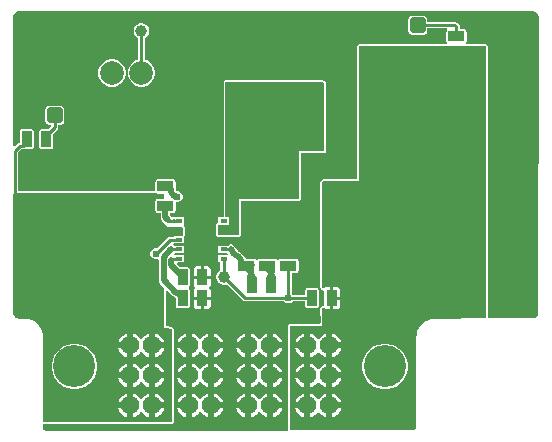
<source format=gtl>
G04*
G04 #@! TF.GenerationSoftware,Altium Limited,Altium Designer,21.6.4 (81)*
G04*
G04 Layer_Physical_Order=1*
G04 Layer_Color=255*
%FSLAX25Y25*%
%MOIN*%
G70*
G04*
G04 #@! TF.SameCoordinates,FE6B2B4F-3443-4407-9834-7DAE5A72E9B6*
G04*
G04*
G04 #@! TF.FilePolarity,Positive*
G04*
G01*
G75*
%ADD11C,0.01968*%
%ADD14C,0.01000*%
G04:AMPARAMS|DCode=18|XSize=62.99mil|YSize=118.11mil|CornerRadius=4.72mil|HoleSize=0mil|Usage=FLASHONLY|Rotation=180.000|XOffset=0mil|YOffset=0mil|HoleType=Round|Shape=RoundedRectangle|*
%AMROUNDEDRECTD18*
21,1,0.06299,0.10866,0,0,180.0*
21,1,0.05354,0.11811,0,0,180.0*
1,1,0.00945,-0.02677,0.05433*
1,1,0.00945,0.02677,0.05433*
1,1,0.00945,0.02677,-0.05433*
1,1,0.00945,-0.02677,-0.05433*
%
%ADD18ROUNDEDRECTD18*%
G04:AMPARAMS|DCode=19|XSize=55.12mil|YSize=35.43mil|CornerRadius=2.66mil|HoleSize=0mil|Usage=FLASHONLY|Rotation=270.000|XOffset=0mil|YOffset=0mil|HoleType=Round|Shape=RoundedRectangle|*
%AMROUNDEDRECTD19*
21,1,0.05512,0.03012,0,0,270.0*
21,1,0.04980,0.03543,0,0,270.0*
1,1,0.00532,-0.01506,-0.02490*
1,1,0.00532,-0.01506,0.02490*
1,1,0.00532,0.01506,0.02490*
1,1,0.00532,0.01506,-0.02490*
%
%ADD19ROUNDEDRECTD19*%
G04:AMPARAMS|DCode=20|XSize=55.12mil|YSize=35.43mil|CornerRadius=2.66mil|HoleSize=0mil|Usage=FLASHONLY|Rotation=0.000|XOffset=0mil|YOffset=0mil|HoleType=Round|Shape=RoundedRectangle|*
%AMROUNDEDRECTD20*
21,1,0.05512,0.03012,0,0,0.0*
21,1,0.04980,0.03543,0,0,0.0*
1,1,0.00532,0.02490,-0.01506*
1,1,0.00532,-0.02490,-0.01506*
1,1,0.00532,-0.02490,0.01506*
1,1,0.00532,0.02490,0.01506*
%
%ADD20ROUNDEDRECTD20*%
%ADD21C,0.03937*%
%ADD22R,0.12992X0.12500*%
G04:AMPARAMS|DCode=23|XSize=51.18mil|YSize=51.18mil|CornerRadius=5.12mil|HoleSize=0mil|Usage=FLASHONLY|Rotation=180.000|XOffset=0mil|YOffset=0mil|HoleType=Round|Shape=RoundedRectangle|*
%AMROUNDEDRECTD23*
21,1,0.05118,0.04095,0,0,180.0*
21,1,0.04095,0.05118,0,0,180.0*
1,1,0.01024,-0.02047,0.02047*
1,1,0.01024,0.02047,0.02047*
1,1,0.01024,0.02047,-0.02047*
1,1,0.01024,-0.02047,-0.02047*
%
%ADD23ROUNDEDRECTD23*%
%ADD25R,0.02362X0.01181*%
%ADD26R,0.09843X0.09055*%
G04:AMPARAMS|DCode=27|XSize=62.99mil|YSize=118.11mil|CornerRadius=4.72mil|HoleSize=0mil|Usage=FLASHONLY|Rotation=270.000|XOffset=0mil|YOffset=0mil|HoleType=Round|Shape=RoundedRectangle|*
%AMROUNDEDRECTD27*
21,1,0.06299,0.10866,0,0,270.0*
21,1,0.05354,0.11811,0,0,270.0*
1,1,0.00945,-0.05433,-0.02677*
1,1,0.00945,-0.05433,0.02677*
1,1,0.00945,0.05433,0.02677*
1,1,0.00945,0.05433,-0.02677*
%
%ADD27ROUNDEDRECTD27*%
%ADD42C,0.05000*%
%ADD43R,0.10236X0.11811*%
%ADD44C,0.02000*%
%ADD45C,0.07874*%
%ADD46C,0.14016*%
%ADD47C,0.06142*%
%ADD48C,0.10000*%
%ADD49C,0.02400*%
%ADD50C,0.02800*%
G36*
X181700Y37224D02*
X164690Y37139D01*
X164645Y37130D01*
X164600Y37137D01*
X164208Y37117D01*
X164061Y37081D01*
X163910D01*
X163141Y36928D01*
X162955Y36851D01*
X162759Y36812D01*
X162034Y36512D01*
X161867Y36400D01*
X161681Y36323D01*
X161030Y35888D01*
X160888Y35745D01*
X160721Y35634D01*
X160166Y35080D01*
X160055Y34912D01*
X159913Y34770D01*
X159477Y34119D01*
X159400Y33933D01*
X159288Y33766D01*
X158988Y33042D01*
X158949Y32844D01*
X158872Y32659D01*
X158719Y31890D01*
Y31739D01*
X158683Y31592D01*
X158663Y31200D01*
X158671Y31150D01*
X158661Y31100D01*
Y1407D01*
X158586Y1028D01*
X158438Y671D01*
X158223Y350D01*
X157950Y77D01*
X157835Y0D01*
X116900D01*
X116500Y400D01*
Y34800D01*
X126877D01*
X127236Y34800D01*
X127336Y34900D01*
X127335Y35259D01*
X127326Y40601D01*
X127825Y40753D01*
X127930Y40597D01*
X128348Y40317D01*
X128842Y40219D01*
X129848D01*
Y44000D01*
Y47781D01*
X128842D01*
X128348Y47682D01*
X127930Y47403D01*
X127814Y47230D01*
X127314Y47381D01*
X127251Y82647D01*
X127604Y83000D01*
X139500Y83000D01*
Y128000D01*
X181700D01*
Y37224D01*
D02*
G37*
G36*
X78251Y69121D02*
X78241Y69136D01*
X78211Y69149D01*
X78161Y69161D01*
X78091Y69171D01*
X77891Y69187D01*
X77251Y69199D01*
Y70199D01*
X77441Y70200D01*
X78211Y70249D01*
X78241Y70263D01*
X78251Y70278D01*
Y69121D01*
D02*
G37*
G36*
X72172Y78927D02*
X72510Y78859D01*
X74500D01*
Y77141D01*
X72510D01*
X72172Y77073D01*
X71886Y76882D01*
X71694Y76596D01*
X71627Y76258D01*
Y73246D01*
X71694Y72908D01*
X71886Y72622D01*
X72172Y72431D01*
X72510Y72363D01*
X73369D01*
Y71000D01*
X73493Y70376D01*
X73847Y69846D01*
X75893Y67800D01*
X80459D01*
X80811Y67445D01*
X80785Y64800D01*
X77693D01*
X77414Y64522D01*
X76427D01*
X76427Y64522D01*
X75998Y64436D01*
X75634Y64193D01*
X72014Y60573D01*
X71442D01*
X70780Y60299D01*
X70274Y59792D01*
X70000Y59131D01*
Y58415D01*
X70274Y57753D01*
X70780Y57247D01*
X71442Y56973D01*
X72158D01*
X72400Y57073D01*
X72816Y56796D01*
Y49956D01*
X72939Y49338D01*
X73289Y48814D01*
X74600Y47503D01*
Y33750D01*
X74850Y34000D01*
X76042D01*
X76118Y33886D01*
X76404Y33694D01*
X76742Y33627D01*
X77200D01*
Y2700D01*
X34139D01*
Y31049D01*
X34137Y31061D01*
X34161Y31225D01*
X34142Y31617D01*
X34105Y31763D01*
Y31914D01*
X33952Y32683D01*
X33875Y32869D01*
X33836Y33066D01*
X33536Y33790D01*
X33424Y33957D01*
X33347Y34143D01*
X32912Y34795D01*
X32770Y34937D01*
X32658Y35104D01*
X32104Y35658D01*
X31937Y35770D01*
X31795Y35912D01*
X31143Y36347D01*
X30957Y36424D01*
X30790Y36536D01*
X30066Y36836D01*
X29869Y36875D01*
X29683Y36952D01*
X28914Y37105D01*
X28763D01*
X28616Y37142D01*
X28225Y37161D01*
X28174Y37154D01*
X28124Y37163D01*
X26031D01*
X25653Y37239D01*
X25296Y37387D01*
X24974Y37601D01*
X24701Y37874D01*
X24487Y38195D01*
X24339Y38552D01*
X24264Y38931D01*
Y39124D01*
X24264Y39125D01*
X24264Y39125D01*
X24254Y78646D01*
X24607Y79000D01*
X72062D01*
X72172Y78927D01*
D02*
G37*
G36*
X197199Y139761D02*
X197199Y139761D01*
X197200Y139761D01*
X197413D01*
X197831Y139678D01*
X198225Y139515D01*
X198579Y139278D01*
X198880Y138977D01*
X199117Y138622D01*
X199280Y138228D01*
X199363Y137811D01*
Y137600D01*
X199260Y39030D01*
X199261Y39029D01*
X199260Y39028D01*
Y38858D01*
X199194Y38525D01*
X199064Y38211D01*
X198875Y37928D01*
X198635Y37688D01*
X198353Y37499D01*
X198039Y37369D01*
X197706Y37303D01*
X197536D01*
X197531Y37302D01*
X197526Y37303D01*
X182704Y37229D01*
X182349Y37582D01*
Y128000D01*
X182159Y128459D01*
X181700Y128649D01*
X175313D01*
X175172Y128982D01*
X175135Y129149D01*
X175306Y129404D01*
X175373Y129742D01*
Y132754D01*
X175306Y133092D01*
X175114Y133378D01*
X174828Y133570D01*
X174490Y133637D01*
X173122D01*
Y134414D01*
X173036Y134843D01*
X172793Y135207D01*
X172793Y135207D01*
X172207Y135793D01*
X171843Y136036D01*
X171414Y136122D01*
X171414Y136122D01*
X162315D01*
Y137047D01*
X162228Y137481D01*
X161983Y137849D01*
X161615Y138094D01*
X161181Y138181D01*
X157087D01*
X156653Y138094D01*
X156285Y137849D01*
X156039Y137481D01*
X155953Y137047D01*
Y132953D01*
X156039Y132519D01*
X156285Y132151D01*
X156653Y131905D01*
X157087Y131819D01*
X161181D01*
X161615Y131905D01*
X161983Y132151D01*
X162228Y132519D01*
X162315Y132953D01*
Y133878D01*
X168735D01*
X168886Y133378D01*
X168886Y133378D01*
X168694Y133092D01*
X168627Y132754D01*
Y129742D01*
X168694Y129404D01*
X168865Y129149D01*
X168828Y128982D01*
X168687Y128649D01*
X139500D01*
X139041Y128459D01*
X138851Y128000D01*
Y84003D01*
X138497Y83649D01*
X127604Y83650D01*
X127604Y83650D01*
X127604Y83650D01*
X127375Y83555D01*
X127145Y83460D01*
X127145Y83459D01*
X127145Y83459D01*
X126791Y83105D01*
X126791Y83105D01*
X126791Y83105D01*
X126694Y82869D01*
X126602Y82646D01*
X126602Y82646D01*
X126602Y82645D01*
X126664Y47380D01*
X126725Y47233D01*
X126741Y47074D01*
X126818Y47012D01*
X126855Y46921D01*
X127003Y46860D01*
X127126Y46759D01*
X127626Y46608D01*
X127956Y46197D01*
X127959Y46126D01*
Y41859D01*
X127958Y41794D01*
X127636Y41374D01*
X127137Y41222D01*
X127013Y41121D01*
X126866Y41059D01*
X126828Y40969D01*
X126753Y40907D01*
X126737Y40748D01*
X126676Y40600D01*
X126685Y35803D01*
X126332Y35449D01*
X116500D01*
X116041Y35259D01*
X115851Y34800D01*
Y400D01*
X115972Y107D01*
X115722Y-393D01*
X35840Y-457D01*
X35674D01*
X35345Y-391D01*
X35035Y-263D01*
X34756Y-76D01*
X34519Y161D01*
X34333Y440D01*
X34205Y750D01*
X34139Y1079D01*
Y2051D01*
X77200D01*
X77659Y2241D01*
X77849Y2700D01*
Y33627D01*
X77659Y34086D01*
X77200Y34277D01*
X76806D01*
X76658Y34306D01*
X76586Y34354D01*
X76582Y34361D01*
X76526Y34398D01*
X76501Y34459D01*
X76326Y34532D01*
X76168Y34637D01*
X76103Y34624D01*
X76042Y34649D01*
X75249D01*
Y46200D01*
X75711Y46392D01*
X77486Y44618D01*
X78010Y44267D01*
X78228Y44224D01*
X78363Y44089D01*
Y41510D01*
X78431Y41172D01*
X78622Y40886D01*
X78908Y40694D01*
X79246Y40627D01*
X82258D01*
X82596Y40694D01*
X82882Y40886D01*
X83073Y41172D01*
X83141Y41510D01*
Y46490D01*
X83073Y46828D01*
X82882Y47114D01*
X82721Y47222D01*
X82691Y47335D01*
Y47665D01*
X82721Y47778D01*
X82882Y47886D01*
X83073Y48172D01*
X83141Y48510D01*
Y53490D01*
X83073Y53828D01*
X82882Y54114D01*
X82596Y54306D01*
X82258Y54373D01*
X79896D01*
X78858Y55410D01*
X79066Y55910D01*
X81201D01*
Y58291D01*
X77900D01*
X77715Y58735D01*
X78028Y59060D01*
X81201D01*
Y61441D01*
X78019D01*
X77568Y61743D01*
X77701Y62209D01*
X81201D01*
Y64321D01*
X81240Y64336D01*
X81241Y64339D01*
X81244Y64341D01*
X81338Y64568D01*
X81435Y64794D01*
X81461Y67438D01*
X81460Y67440D01*
X81461Y67441D01*
X81367Y67671D01*
X81275Y67899D01*
X81274Y67900D01*
X81273Y67902D01*
X81167Y68009D01*
X81201Y68509D01*
X81201Y68509D01*
Y70890D01*
X78341D01*
X78251Y70927D01*
X78190Y70902D01*
X78125Y70915D01*
X77639Y70890D01*
X77196Y71090D01*
X77153Y71153D01*
X76631Y71676D01*
Y72363D01*
X77490D01*
X77828Y72431D01*
X78114Y72622D01*
X78306Y72908D01*
X78373Y73246D01*
Y75846D01*
X78547Y75963D01*
X79263D01*
X79925Y76237D01*
X80431Y76743D01*
X80705Y77405D01*
Y78121D01*
X80431Y78782D01*
X79925Y79289D01*
X79263Y79563D01*
X78931D01*
X78875Y79600D01*
X78678Y79639D01*
X78387Y79930D01*
Y80461D01*
X78373Y80531D01*
Y82754D01*
X78306Y83092D01*
X78114Y83378D01*
X77828Y83569D01*
X77490Y83637D01*
X72510D01*
X72172Y83569D01*
X71886Y83378D01*
X71694Y83092D01*
X71627Y82754D01*
Y79742D01*
X71551Y79649D01*
X25846D01*
Y92508D01*
X26970Y93632D01*
X27222D01*
X27246Y93627D01*
X30258D01*
X30596Y93694D01*
X30882Y93886D01*
X31073Y94172D01*
X31141Y94510D01*
Y99490D01*
X31073Y99828D01*
X30882Y100114D01*
X30596Y100306D01*
X30258Y100373D01*
X27246D01*
X26908Y100306D01*
X26622Y100114D01*
X26430Y99828D01*
X26363Y99490D01*
Y95847D01*
X26076Y95790D01*
X25712Y95547D01*
X25712Y95546D01*
X24712Y94546D01*
X24250Y94737D01*
X24239Y137700D01*
Y137913D01*
X24322Y138331D01*
X24485Y138725D01*
X24722Y139079D01*
X25023Y139380D01*
X25378Y139617D01*
X25771Y139780D01*
X26189Y139863D01*
X26401D01*
X197199Y139761D01*
D02*
G37*
%LPC*%
G36*
X131854Y47781D02*
X130848D01*
Y44500D01*
X133144D01*
Y46490D01*
X133046Y46984D01*
X132766Y47403D01*
X132348Y47682D01*
X131854Y47781D01*
D02*
G37*
G36*
X133144Y43500D02*
X130848D01*
Y40219D01*
X131854D01*
X132348Y40317D01*
X132766Y40597D01*
X133046Y41016D01*
X133144Y41510D01*
Y43500D01*
D02*
G37*
G36*
X128634Y32167D02*
X128063Y32014D01*
X127135Y31478D01*
X126377Y30720D01*
X126183Y30385D01*
X125683D01*
X125490Y30720D01*
X124732Y31478D01*
X123804Y32014D01*
X123233Y32167D01*
Y28220D01*
Y24274D01*
X123804Y24427D01*
X124732Y24963D01*
X125490Y25721D01*
X125683Y26056D01*
X126183D01*
X126377Y25721D01*
X127135Y24963D01*
X128063Y24427D01*
X128634Y24274D01*
Y28220D01*
Y32167D01*
D02*
G37*
G36*
X130634D02*
Y29221D01*
X133581D01*
X133428Y29792D01*
X132892Y30720D01*
X132134Y31478D01*
X131205Y32014D01*
X130634Y32167D01*
D02*
G37*
G36*
X121233D02*
X120661Y32014D01*
X119733Y31478D01*
X118975Y30720D01*
X118439Y29792D01*
X118286Y29221D01*
X121233D01*
Y32167D01*
D02*
G37*
G36*
X133581Y27220D02*
X130634D01*
Y24274D01*
X131205Y24427D01*
X132134Y24963D01*
X132892Y25721D01*
X133428Y26649D01*
X133581Y27220D01*
D02*
G37*
G36*
X121233D02*
X118286D01*
X118439Y26649D01*
X118975Y25721D01*
X119733Y24963D01*
X120661Y24427D01*
X121233Y24274D01*
Y27220D01*
D02*
G37*
G36*
X128634Y22167D02*
X128063Y22014D01*
X127135Y21478D01*
X126377Y20720D01*
X126183Y20385D01*
X125683D01*
X125490Y20720D01*
X124732Y21478D01*
X123804Y22014D01*
X123233Y22167D01*
Y18221D01*
Y14274D01*
X123804Y14427D01*
X124732Y14963D01*
X125490Y15721D01*
X125683Y16056D01*
X126183D01*
X126377Y15721D01*
X127135Y14963D01*
X128063Y14427D01*
X128634Y14274D01*
Y18221D01*
Y22167D01*
D02*
G37*
G36*
X130634D02*
Y19220D01*
X133581D01*
X133428Y19792D01*
X132892Y20720D01*
X132134Y21478D01*
X131205Y22014D01*
X130634Y22167D01*
D02*
G37*
G36*
X121233D02*
X120661Y22014D01*
X119733Y21478D01*
X118975Y20720D01*
X118439Y19792D01*
X118286Y19220D01*
X121233D01*
Y22167D01*
D02*
G37*
G36*
X133581Y17221D02*
X130634D01*
Y14274D01*
X131205Y14427D01*
X132134Y14963D01*
X132892Y15721D01*
X133428Y16649D01*
X133581Y17221D01*
D02*
G37*
G36*
X121233D02*
X118286D01*
X118439Y16649D01*
X118975Y15721D01*
X119733Y14963D01*
X120661Y14427D01*
X121233Y14274D01*
Y17221D01*
D02*
G37*
G36*
X148888Y28820D02*
X147389D01*
X145919Y28528D01*
X144535Y27955D01*
X143289Y27122D01*
X142229Y26062D01*
X141396Y24816D01*
X140823Y23432D01*
X140530Y21962D01*
Y20463D01*
X140823Y18993D01*
X141396Y17609D01*
X142229Y16363D01*
X143289Y15303D01*
X144535Y14471D01*
X145919Y13897D01*
X147389Y13605D01*
X148888D01*
X150357Y13897D01*
X151742Y14471D01*
X152988Y15303D01*
X154048Y16363D01*
X154880Y17609D01*
X155454Y18993D01*
X155746Y20463D01*
Y21962D01*
X155454Y23432D01*
X154880Y24816D01*
X154048Y26062D01*
X152988Y27122D01*
X151742Y27955D01*
X150357Y28528D01*
X148888Y28820D01*
D02*
G37*
G36*
X128634Y12167D02*
X128063Y12014D01*
X127135Y11478D01*
X126377Y10720D01*
X126183Y10385D01*
X125683D01*
X125490Y10720D01*
X124732Y11478D01*
X123804Y12014D01*
X123233Y12167D01*
Y8220D01*
Y4274D01*
X123804Y4427D01*
X124732Y4963D01*
X125490Y5721D01*
X125683Y6056D01*
X126183D01*
X126377Y5721D01*
X127135Y4963D01*
X128063Y4427D01*
X128634Y4274D01*
Y8220D01*
Y12167D01*
D02*
G37*
G36*
X130634D02*
Y9221D01*
X133581D01*
X133428Y9792D01*
X132892Y10720D01*
X132134Y11478D01*
X131205Y12014D01*
X130634Y12167D01*
D02*
G37*
G36*
X121233D02*
X120661Y12014D01*
X119733Y11478D01*
X118975Y10720D01*
X118439Y9792D01*
X118286Y9221D01*
X121233D01*
Y12167D01*
D02*
G37*
G36*
X133581Y7220D02*
X130634D01*
Y4274D01*
X131205Y4427D01*
X132134Y4963D01*
X132892Y5721D01*
X133428Y6649D01*
X133581Y7220D01*
D02*
G37*
G36*
X121233D02*
X118286D01*
X118439Y6649D01*
X118975Y5721D01*
X119733Y4963D01*
X120661Y4427D01*
X121233Y4274D01*
Y7220D01*
D02*
G37*
G36*
X69579Y32167D02*
X69008Y32014D01*
X68080Y31478D01*
X67322Y30720D01*
X67128Y30385D01*
X66628D01*
X66435Y30720D01*
X65677Y31478D01*
X64749Y32014D01*
X64178Y32167D01*
Y28220D01*
Y24274D01*
X64749Y24427D01*
X65677Y24963D01*
X66435Y25721D01*
X66628Y26056D01*
X67128D01*
X67322Y25721D01*
X68080Y24963D01*
X69008Y24427D01*
X69579Y24274D01*
Y28220D01*
Y32167D01*
D02*
G37*
G36*
X71579D02*
Y29221D01*
X74526D01*
X74373Y29792D01*
X73837Y30720D01*
X73079Y31478D01*
X72150Y32014D01*
X71579Y32167D01*
D02*
G37*
G36*
X62178D02*
X61606Y32014D01*
X60678Y31478D01*
X59920Y30720D01*
X59384Y29792D01*
X59231Y29221D01*
X62178D01*
Y32167D01*
D02*
G37*
G36*
X74526Y27220D02*
X71579D01*
Y24274D01*
X72150Y24427D01*
X73079Y24963D01*
X73837Y25721D01*
X74373Y26649D01*
X74526Y27220D01*
D02*
G37*
G36*
X62178D02*
X59231D01*
X59384Y26649D01*
X59920Y25721D01*
X60678Y24963D01*
X61606Y24427D01*
X62178Y24274D01*
Y27220D01*
D02*
G37*
G36*
X69579Y22167D02*
X69008Y22014D01*
X68080Y21478D01*
X67322Y20720D01*
X67128Y20385D01*
X66628D01*
X66435Y20720D01*
X65677Y21478D01*
X64749Y22014D01*
X64178Y22167D01*
Y18221D01*
Y14274D01*
X64749Y14427D01*
X65677Y14963D01*
X66435Y15721D01*
X66628Y16056D01*
X67128D01*
X67322Y15721D01*
X68080Y14963D01*
X69008Y14427D01*
X69579Y14274D01*
Y18221D01*
Y22167D01*
D02*
G37*
G36*
X71579D02*
Y19220D01*
X74526D01*
X74373Y19792D01*
X73837Y20720D01*
X73079Y21478D01*
X72150Y22014D01*
X71579Y22167D01*
D02*
G37*
G36*
X62178D02*
X61606Y22014D01*
X60678Y21478D01*
X59920Y20720D01*
X59384Y19792D01*
X59231Y19220D01*
X62178D01*
Y22167D01*
D02*
G37*
G36*
X74526Y17221D02*
X71579D01*
Y14274D01*
X72150Y14427D01*
X73079Y14963D01*
X73837Y15721D01*
X74373Y16649D01*
X74526Y17221D01*
D02*
G37*
G36*
X62178D02*
X59231D01*
X59384Y16649D01*
X59920Y15721D01*
X60678Y14963D01*
X61606Y14427D01*
X62178Y14274D01*
Y17221D01*
D02*
G37*
G36*
X45423Y28820D02*
X43924D01*
X42454Y28528D01*
X41070Y27955D01*
X39824Y27122D01*
X38764Y26062D01*
X37932Y24816D01*
X37358Y23432D01*
X37066Y21962D01*
Y20463D01*
X37358Y18993D01*
X37932Y17609D01*
X38764Y16363D01*
X39824Y15303D01*
X41070Y14471D01*
X42454Y13897D01*
X43924Y13605D01*
X45423D01*
X46893Y13897D01*
X48277Y14471D01*
X49523Y15303D01*
X50583Y16363D01*
X51416Y17609D01*
X51989Y18993D01*
X52281Y20463D01*
Y21962D01*
X51989Y23432D01*
X51416Y24816D01*
X50583Y26062D01*
X49523Y27122D01*
X48277Y27955D01*
X46893Y28528D01*
X45423Y28820D01*
D02*
G37*
G36*
X69579Y12167D02*
X69008Y12014D01*
X68080Y11478D01*
X67322Y10720D01*
X67128Y10385D01*
X66628D01*
X66435Y10720D01*
X65677Y11478D01*
X64749Y12014D01*
X64178Y12167D01*
Y8220D01*
Y4274D01*
X64749Y4427D01*
X65677Y4963D01*
X66435Y5721D01*
X66628Y6056D01*
X67128D01*
X67322Y5721D01*
X68080Y4963D01*
X69008Y4427D01*
X69579Y4274D01*
Y8220D01*
Y12167D01*
D02*
G37*
G36*
X71579D02*
Y9221D01*
X74526D01*
X74373Y9792D01*
X73837Y10720D01*
X73079Y11478D01*
X72150Y12014D01*
X71579Y12167D01*
D02*
G37*
G36*
X62178D02*
X61606Y12014D01*
X60678Y11478D01*
X59920Y10720D01*
X59384Y9792D01*
X59231Y9221D01*
X62178D01*
Y12167D01*
D02*
G37*
G36*
X74526Y7220D02*
X71579D01*
Y4274D01*
X72150Y4427D01*
X73079Y4963D01*
X73837Y5721D01*
X74373Y6649D01*
X74526Y7220D01*
D02*
G37*
G36*
X62178D02*
X59231D01*
X59384Y6649D01*
X59920Y5721D01*
X60678Y4963D01*
X61606Y4427D01*
X62178Y4274D01*
Y7220D01*
D02*
G37*
G36*
X67338Y135669D02*
X66662D01*
X66009Y135494D01*
X65423Y135155D01*
X64945Y134677D01*
X64606Y134091D01*
X64432Y133438D01*
Y132762D01*
X64606Y132109D01*
X64945Y131523D01*
X65423Y131045D01*
X65878Y130782D01*
Y123397D01*
X65249Y123228D01*
X64214Y122631D01*
X63370Y121786D01*
X62772Y120751D01*
X62463Y119597D01*
Y118403D01*
X62772Y117249D01*
X63370Y116214D01*
X64214Y115369D01*
X65249Y114772D01*
X66403Y114463D01*
X67597D01*
X68751Y114772D01*
X69786Y115369D01*
X70631Y116214D01*
X71228Y117249D01*
X71537Y118403D01*
Y119597D01*
X71228Y120751D01*
X70631Y121786D01*
X69786Y122631D01*
X68751Y123228D01*
X68122Y123397D01*
Y130782D01*
X68577Y131045D01*
X69055Y131523D01*
X69393Y132109D01*
X69569Y132762D01*
Y133438D01*
X69393Y134091D01*
X69055Y134677D01*
X68577Y135155D01*
X67991Y135494D01*
X67338Y135669D01*
D02*
G37*
G36*
X57755Y123537D02*
X56560D01*
X55406Y123228D01*
X54372Y122631D01*
X53527Y121786D01*
X52930Y120751D01*
X52621Y119597D01*
Y118403D01*
X52930Y117249D01*
X53527Y116214D01*
X54372Y115369D01*
X55406Y114772D01*
X56560Y114463D01*
X57755D01*
X58909Y114772D01*
X59943Y115369D01*
X60788Y116214D01*
X61385Y117249D01*
X61695Y118403D01*
Y119597D01*
X61385Y120751D01*
X60788Y121786D01*
X59943Y122631D01*
X58909Y123228D01*
X57755Y123537D01*
D02*
G37*
G36*
X40181Y108181D02*
X36087D01*
X35653Y108095D01*
X35285Y107849D01*
X35039Y107481D01*
X34953Y107047D01*
Y102953D01*
X35039Y102519D01*
X35285Y102151D01*
X35653Y101906D01*
X36087Y101819D01*
X36975D01*
X36997Y101319D01*
X36051Y100373D01*
X33742D01*
X33404Y100306D01*
X33118Y100114D01*
X32927Y99828D01*
X32859Y99490D01*
Y94510D01*
X32927Y94172D01*
X33118Y93886D01*
X33404Y93694D01*
X33742Y93627D01*
X36754D01*
X37092Y93694D01*
X37378Y93886D01*
X37569Y94172D01*
X37637Y94510D01*
Y98787D01*
X38927Y100077D01*
X39170Y100441D01*
X39255Y100870D01*
X39255Y100870D01*
Y101819D01*
X40181D01*
X40615Y101906D01*
X40983Y102151D01*
X41228Y102519D01*
X41315Y102953D01*
Y107047D01*
X41228Y107481D01*
X40983Y107849D01*
X40615Y108095D01*
X40181Y108181D01*
D02*
G37*
G36*
X127500Y116649D02*
X95000D01*
X94541Y116459D01*
X94351Y116000D01*
Y70890D01*
X92599D01*
Y69150D01*
X92159Y68968D01*
X91969Y68509D01*
Y65000D01*
X92159Y64541D01*
X92618Y64351D01*
X99500D01*
X99959Y64541D01*
X100149Y65000D01*
Y76351D01*
X119500D01*
X119959Y76541D01*
X120149Y77000D01*
Y92351D01*
X128000D01*
X128099Y92392D01*
X128202Y92384D01*
X128205Y92384D01*
X128320Y92483D01*
X128459Y92541D01*
X128500Y92639D01*
X128581Y92710D01*
X128581Y92712D01*
X128592Y92860D01*
X128649Y93000D01*
Y115500D01*
X128459Y115959D01*
X127959Y116459D01*
X127500Y116649D01*
D02*
G37*
G36*
X96750Y61882D02*
X96125Y61758D01*
X95682Y61462D01*
X95675Y61466D01*
X95610Y61453D01*
X95549Y61478D01*
X95459Y61441D01*
X92599D01*
Y59060D01*
X95459D01*
X95549Y59022D01*
X95731Y58753D01*
X95544Y58366D01*
X95477Y58291D01*
X92599D01*
Y55910D01*
X93259D01*
Y53249D01*
X92923Y53055D01*
X92445Y52577D01*
X92106Y51991D01*
X91931Y51338D01*
Y50662D01*
X92106Y50009D01*
X92445Y49423D01*
X92923Y48945D01*
X93509Y48607D01*
X94162Y48432D01*
X94838D01*
X95346Y48568D01*
X100707Y43207D01*
X100707Y43207D01*
X101071Y42964D01*
X101500Y42878D01*
X101500Y42878D01*
X114576D01*
X114980Y42474D01*
X115642Y42200D01*
X116358D01*
X117020Y42474D01*
X117424Y42878D01*
X121463D01*
Y41510D01*
X121530Y41172D01*
X121722Y40886D01*
X122008Y40694D01*
X122346Y40627D01*
X125358D01*
X125696Y40694D01*
X125982Y40886D01*
X126173Y41172D01*
X126241Y41510D01*
Y46490D01*
X126173Y46828D01*
X125982Y47114D01*
X125696Y47306D01*
X125358Y47373D01*
X122346D01*
X122008Y47306D01*
X121722Y47114D01*
X121530Y46828D01*
X121463Y46490D01*
Y45122D01*
X117424D01*
X117122Y45424D01*
Y52363D01*
X118490D01*
X118828Y52431D01*
X119114Y52622D01*
X119306Y52908D01*
X119373Y53246D01*
Y56258D01*
X119306Y56596D01*
X119114Y56882D01*
X118828Y57073D01*
X118490Y57141D01*
X113510D01*
X113172Y57073D01*
X112886Y56882D01*
X112778Y56721D01*
X112665Y56691D01*
X112335D01*
X112222Y56721D01*
X112114Y56882D01*
X111828Y57073D01*
X111490Y57141D01*
X106510D01*
X106172Y57073D01*
X105886Y56882D01*
X105778Y56721D01*
X105665Y56691D01*
X105335D01*
X105222Y56721D01*
X105114Y56882D01*
X104828Y57073D01*
X104490Y57141D01*
X101789D01*
X101751Y57329D01*
X101398Y57858D01*
X100226Y59030D01*
X99697Y59383D01*
X99497Y59423D01*
X99204Y59717D01*
X99151Y59980D01*
X98798Y60510D01*
X97903Y61404D01*
X97374Y61758D01*
X96750Y61882D01*
D02*
G37*
G36*
X88754Y54781D02*
X87748D01*
Y51500D01*
X90044D01*
Y53490D01*
X89946Y53984D01*
X89666Y54403D01*
X89248Y54682D01*
X88754Y54781D01*
D02*
G37*
G36*
X86748D02*
X85742D01*
X85248Y54682D01*
X84830Y54403D01*
X84550Y53984D01*
X84452Y53490D01*
Y51500D01*
X86748D01*
Y54781D01*
D02*
G37*
G36*
X90044Y50500D02*
X87248D01*
X84452D01*
Y48510D01*
X84550Y48016D01*
X84830Y47597D01*
Y47403D01*
X84550Y46984D01*
X84452Y46490D01*
Y44500D01*
X87248D01*
X90044D01*
Y46490D01*
X89946Y46984D01*
X89666Y47403D01*
Y47597D01*
X89946Y48016D01*
X90044Y48510D01*
Y50500D01*
D02*
G37*
G36*
Y43500D02*
X87748D01*
Y40219D01*
X88754D01*
X89248Y40317D01*
X89666Y40597D01*
X89946Y41016D01*
X90044Y41510D01*
Y43500D01*
D02*
G37*
G36*
X86748D02*
X84452D01*
Y41510D01*
X84550Y41016D01*
X84830Y40597D01*
X85248Y40317D01*
X85742Y40219D01*
X86748D01*
Y43500D01*
D02*
G37*
G36*
X108949Y32167D02*
X108378Y32014D01*
X107450Y31478D01*
X106692Y30720D01*
X106498Y30385D01*
X105998D01*
X105805Y30720D01*
X105047Y31478D01*
X104119Y32014D01*
X103548Y32167D01*
Y28220D01*
Y24274D01*
X104119Y24427D01*
X105047Y24963D01*
X105805Y25721D01*
X105998Y26056D01*
X106498D01*
X106692Y25721D01*
X107450Y24963D01*
X108378Y24427D01*
X108949Y24274D01*
Y28220D01*
Y32167D01*
D02*
G37*
G36*
X89264D02*
X88693Y32014D01*
X87765Y31478D01*
X87007Y30720D01*
X86813Y30385D01*
X86313D01*
X86120Y30720D01*
X85362Y31478D01*
X84434Y32014D01*
X83863Y32167D01*
Y28220D01*
Y24274D01*
X84434Y24427D01*
X85362Y24963D01*
X86120Y25721D01*
X86313Y26056D01*
X86813D01*
X87007Y25721D01*
X87765Y24963D01*
X88693Y24427D01*
X89264Y24274D01*
Y28220D01*
Y32167D01*
D02*
G37*
G36*
X110949D02*
Y29221D01*
X113896D01*
X113743Y29792D01*
X113207Y30720D01*
X112449Y31478D01*
X111521Y32014D01*
X110949Y32167D01*
D02*
G37*
G36*
X101548D02*
X100976Y32014D01*
X100048Y31478D01*
X99290Y30720D01*
X98754Y29792D01*
X98601Y29221D01*
X101548D01*
Y32167D01*
D02*
G37*
G36*
X91264D02*
Y29221D01*
X94211D01*
X94058Y29792D01*
X93522Y30720D01*
X92764Y31478D01*
X91835Y32014D01*
X91264Y32167D01*
D02*
G37*
G36*
X81863D02*
X81291Y32014D01*
X80363Y31478D01*
X79605Y30720D01*
X79069Y29792D01*
X78916Y29221D01*
X81863D01*
Y32167D01*
D02*
G37*
G36*
X113896Y27220D02*
X110949D01*
Y24274D01*
X111521Y24427D01*
X112449Y24963D01*
X113207Y25721D01*
X113743Y26649D01*
X113896Y27220D01*
D02*
G37*
G36*
X101548D02*
X98601D01*
X98754Y26649D01*
X99290Y25721D01*
X100048Y24963D01*
X100976Y24427D01*
X101548Y24274D01*
Y27220D01*
D02*
G37*
G36*
X94211D02*
X91264D01*
Y24274D01*
X91835Y24427D01*
X92764Y24963D01*
X93522Y25721D01*
X94058Y26649D01*
X94211Y27220D01*
D02*
G37*
G36*
X81863D02*
X78916D01*
X79069Y26649D01*
X79605Y25721D01*
X80363Y24963D01*
X81291Y24427D01*
X81863Y24274D01*
Y27220D01*
D02*
G37*
G36*
X108949Y22167D02*
X108378Y22014D01*
X107450Y21478D01*
X106692Y20720D01*
X106498Y20385D01*
X105998D01*
X105805Y20720D01*
X105047Y21478D01*
X104119Y22014D01*
X103548Y22167D01*
Y18221D01*
Y14274D01*
X104119Y14427D01*
X105047Y14963D01*
X105805Y15721D01*
X105998Y16056D01*
X106498D01*
X106692Y15721D01*
X107450Y14963D01*
X108378Y14427D01*
X108949Y14274D01*
Y18221D01*
Y22167D01*
D02*
G37*
G36*
X89264D02*
X88693Y22014D01*
X87765Y21478D01*
X87007Y20720D01*
X86813Y20385D01*
X86313D01*
X86120Y20720D01*
X85362Y21478D01*
X84434Y22014D01*
X83863Y22167D01*
Y18221D01*
Y14274D01*
X84434Y14427D01*
X85362Y14963D01*
X86120Y15721D01*
X86313Y16056D01*
X86813D01*
X87007Y15721D01*
X87765Y14963D01*
X88693Y14427D01*
X89264Y14274D01*
Y18221D01*
Y22167D01*
D02*
G37*
G36*
X110949D02*
Y19220D01*
X113896D01*
X113743Y19792D01*
X113207Y20720D01*
X112449Y21478D01*
X111521Y22014D01*
X110949Y22167D01*
D02*
G37*
G36*
X101548D02*
X100976Y22014D01*
X100048Y21478D01*
X99290Y20720D01*
X98754Y19792D01*
X98601Y19220D01*
X101548D01*
Y22167D01*
D02*
G37*
G36*
X91264D02*
Y19220D01*
X94211D01*
X94058Y19792D01*
X93522Y20720D01*
X92764Y21478D01*
X91835Y22014D01*
X91264Y22167D01*
D02*
G37*
G36*
X81863D02*
X81291Y22014D01*
X80363Y21478D01*
X79605Y20720D01*
X79069Y19792D01*
X78916Y19220D01*
X81863D01*
Y22167D01*
D02*
G37*
G36*
X113896Y17221D02*
X110949D01*
Y14274D01*
X111521Y14427D01*
X112449Y14963D01*
X113207Y15721D01*
X113743Y16649D01*
X113896Y17221D01*
D02*
G37*
G36*
X101548D02*
X98601D01*
X98754Y16649D01*
X99290Y15721D01*
X100048Y14963D01*
X100976Y14427D01*
X101548Y14274D01*
Y17221D01*
D02*
G37*
G36*
X94211D02*
X91264D01*
Y14274D01*
X91835Y14427D01*
X92764Y14963D01*
X93522Y15721D01*
X94058Y16649D01*
X94211Y17221D01*
D02*
G37*
G36*
X81863D02*
X78916D01*
X79069Y16649D01*
X79605Y15721D01*
X80363Y14963D01*
X81291Y14427D01*
X81863Y14274D01*
Y17221D01*
D02*
G37*
G36*
X108949Y12167D02*
X108378Y12014D01*
X107450Y11478D01*
X106692Y10720D01*
X106498Y10385D01*
X105998D01*
X105805Y10720D01*
X105047Y11478D01*
X104119Y12014D01*
X103548Y12167D01*
Y8220D01*
Y4274D01*
X104119Y4427D01*
X105047Y4963D01*
X105805Y5721D01*
X105998Y6056D01*
X106498D01*
X106692Y5721D01*
X107450Y4963D01*
X108378Y4427D01*
X108949Y4274D01*
Y8220D01*
Y12167D01*
D02*
G37*
G36*
X89264D02*
X88693Y12014D01*
X87765Y11478D01*
X87007Y10720D01*
X86813Y10385D01*
X86313D01*
X86120Y10720D01*
X85362Y11478D01*
X84434Y12014D01*
X83863Y12167D01*
Y8220D01*
Y4274D01*
X84434Y4427D01*
X85362Y4963D01*
X86120Y5721D01*
X86313Y6056D01*
X86813D01*
X87007Y5721D01*
X87765Y4963D01*
X88693Y4427D01*
X89264Y4274D01*
Y8220D01*
Y12167D01*
D02*
G37*
G36*
X110949D02*
Y9221D01*
X113896D01*
X113743Y9792D01*
X113207Y10720D01*
X112449Y11478D01*
X111521Y12014D01*
X110949Y12167D01*
D02*
G37*
G36*
X101548D02*
X100976Y12014D01*
X100048Y11478D01*
X99290Y10720D01*
X98754Y9792D01*
X98601Y9221D01*
X101548D01*
Y12167D01*
D02*
G37*
G36*
X91264D02*
Y9221D01*
X94211D01*
X94058Y9792D01*
X93522Y10720D01*
X92764Y11478D01*
X91835Y12014D01*
X91264Y12167D01*
D02*
G37*
G36*
X81863D02*
X81291Y12014D01*
X80363Y11478D01*
X79605Y10720D01*
X79069Y9792D01*
X78916Y9221D01*
X81863D01*
Y12167D01*
D02*
G37*
G36*
X113896Y7220D02*
X110949D01*
Y4274D01*
X111521Y4427D01*
X112449Y4963D01*
X113207Y5721D01*
X113743Y6649D01*
X113896Y7220D01*
D02*
G37*
G36*
X101548D02*
X98601D01*
X98754Y6649D01*
X99290Y5721D01*
X100048Y4963D01*
X100976Y4427D01*
X101548Y4274D01*
Y7220D01*
D02*
G37*
G36*
X94211D02*
X91264D01*
Y4274D01*
X91835Y4427D01*
X92764Y4963D01*
X93522Y5721D01*
X94058Y6649D01*
X94211Y7220D01*
D02*
G37*
G36*
X81863D02*
X78916D01*
X79069Y6649D01*
X79605Y5721D01*
X80363Y4963D01*
X81291Y4427D01*
X81863Y4274D01*
Y7220D01*
D02*
G37*
%LPD*%
G36*
X128000Y115500D02*
Y93000D01*
X128000Y93000D01*
X119500D01*
Y77000D01*
X99500D01*
Y65000D01*
X92618D01*
Y68509D01*
X96161D01*
Y70890D01*
X95000D01*
Y116000D01*
X127500D01*
X128000Y115500D01*
D02*
G37*
G36*
X95559Y60814D02*
X95589Y60801D01*
X95639Y60789D01*
X95709Y60779D01*
X95909Y60763D01*
X96549Y60750D01*
Y59750D01*
X96359Y59750D01*
X95589Y59700D01*
X95559Y59687D01*
X95549Y59672D01*
Y60829D01*
X95559Y60814D01*
D02*
G37*
G36*
X104434Y53134D02*
X104729Y53147D01*
X104684Y53058D01*
X104648Y52941D01*
X104622Y52797D01*
X104605Y52624D01*
X104598Y52424D01*
X104599Y52396D01*
X104676Y52180D01*
X104771Y51964D01*
X104880Y51768D01*
X105001Y51591D01*
X105135Y51433D01*
X105282Y51293D01*
X105441Y51173D01*
X104688Y51155D01*
X104706Y51004D01*
X102690D01*
X102674Y51105D01*
X102007Y51089D01*
X102112Y51262D01*
X102203Y51445D01*
X102279Y51636D01*
X102340Y51837D01*
X102387Y52046D01*
X102408Y52185D01*
X102361Y52302D01*
X102242Y52523D01*
X102108Y52701D01*
X101960Y52838D01*
X101796Y52934D01*
X101618Y52987D01*
X101426Y52999D01*
X102422Y53044D01*
X102402Y53232D01*
X104419D01*
X104434Y53134D01*
D02*
G37*
G36*
X111252Y53055D02*
X111673Y53063D01*
X111592Y52991D01*
X111520Y52889D01*
X111456Y52757D01*
X111401Y52595D01*
X111354Y52402D01*
X111332Y52273D01*
X111358Y52141D01*
X111420Y51922D01*
X111496Y51726D01*
X111586Y51553D01*
X111689Y51403D01*
X111806Y51277D01*
X111937Y51173D01*
X111250D01*
X111248Y50987D01*
X109248D01*
X109243Y51173D01*
X108559D01*
X108690Y51277D01*
X108807Y51403D01*
X108911Y51553D01*
X109000Y51726D01*
X109076Y51922D01*
X109132Y52120D01*
X109088Y52284D01*
X108998Y52506D01*
X108888Y52686D01*
X108758Y52826D01*
X108608Y52925D01*
X108438Y52983D01*
X108248Y52999D01*
X109243Y53018D01*
X109248Y53249D01*
X111248D01*
X111252Y53055D01*
D02*
G37*
D11*
X76772Y79261D02*
X77925Y78108D01*
X78256D02*
X78386Y77978D01*
X78573D02*
X78789Y77763D01*
X76772Y79261D02*
Y80461D01*
X77925Y78108D02*
X78256D01*
X78386Y77978D02*
X78573D01*
X78789Y77763D02*
X78905D01*
X75984Y81248D02*
X76772Y80461D01*
X75000Y81248D02*
X75984D01*
X74432Y49956D02*
Y57864D01*
X77000Y54984D02*
X80900Y51084D01*
X77000Y54984D02*
Y56800D01*
X74432Y57864D02*
X76818Y60250D01*
X76950D01*
X74432Y49956D02*
X78628Y45760D01*
X78976D01*
X80752Y43984D01*
X80900Y50100D02*
Y51084D01*
X80752Y43000D02*
Y43984D01*
D14*
X67000Y119000D02*
Y133100D01*
X28752Y96025D02*
Y97000D01*
X24724Y68176D02*
Y92972D01*
X26505Y94753D01*
X27480D01*
X28752Y96025D01*
X24724Y68176D02*
X29635Y63265D01*
X159134Y135000D02*
X171414D01*
X172000Y134414D01*
Y131248D02*
Y134414D01*
X77000Y56800D02*
X77301Y57101D01*
X76427Y63400D02*
X79420D01*
X71800Y58773D02*
X76427Y63400D01*
X77301Y57101D02*
X79420D01*
X76950Y60250D02*
X79420D01*
X123752Y44000D02*
X124252Y44500D01*
X116000Y44000D02*
X123752D01*
X29635Y63265D02*
X31735D01*
X32500Y62500D01*
X35248Y97984D02*
X38134Y100870D01*
X35248Y97000D02*
Y97984D01*
X38134Y100870D02*
Y105000D01*
X116000Y44000D02*
Y54752D01*
X94703Y50797D02*
X101500Y44000D01*
X116000D01*
X94380Y60250D02*
X96750D01*
X94380Y52620D02*
X95000Y52000D01*
X94380Y52620D02*
Y57101D01*
X76301Y69699D02*
X79420D01*
X76000Y70000D02*
X76301Y69699D01*
X80122Y50370D02*
Y51630D01*
Y50370D02*
X80752Y51000D01*
D18*
X190087Y88000D02*
D03*
X175913D02*
D03*
X190087Y101000D02*
D03*
X175913D02*
D03*
Y75000D02*
D03*
X190087D02*
D03*
D19*
X78248Y37000D02*
D03*
X71752D02*
D03*
X178752Y111000D02*
D03*
X185248D02*
D03*
Y118000D02*
D03*
X178752D02*
D03*
X130348Y44000D02*
D03*
X123852D02*
D03*
X103752Y48500D02*
D03*
X110248D02*
D03*
X87248Y44000D02*
D03*
X80752D02*
D03*
X28752Y97000D02*
D03*
X35248D02*
D03*
X87248Y51000D02*
D03*
X80752D02*
D03*
X185248Y125000D02*
D03*
X178752D02*
D03*
D20*
X68000Y82248D02*
D03*
Y75752D02*
D03*
X172000Y131248D02*
D03*
Y124752D02*
D03*
X109000Y61248D02*
D03*
Y54752D02*
D03*
X102000Y61248D02*
D03*
Y54752D02*
D03*
X75000Y81248D02*
D03*
Y74752D02*
D03*
X116000Y61248D02*
D03*
Y54752D02*
D03*
D21*
X98000Y107000D02*
D03*
X94500Y51000D02*
D03*
X67000Y133100D02*
D03*
D22*
X117000Y104900D02*
D03*
X162000D02*
D03*
D23*
X159134Y135000D02*
D03*
X150866D02*
D03*
X38134Y105000D02*
D03*
X29866D02*
D03*
D25*
X79420Y69699D02*
D03*
Y66550D02*
D03*
Y63400D02*
D03*
Y60250D02*
D03*
Y57101D02*
D03*
X94380Y69699D02*
D03*
Y66550D02*
D03*
Y63400D02*
D03*
Y60250D02*
D03*
Y57101D02*
D03*
D26*
X103665Y87500D02*
D03*
X86735D02*
D03*
D27*
X32000Y72913D02*
D03*
Y87087D02*
D03*
X45000Y72913D02*
D03*
Y87087D02*
D03*
X58000Y72913D02*
D03*
Y87087D02*
D03*
D42*
X196000Y122000D02*
D03*
Y110000D02*
D03*
Y81000D02*
D03*
Y95000D02*
D03*
X190803Y45025D02*
D03*
X190546Y63894D02*
D03*
X190724Y129000D02*
D03*
Y54000D02*
D03*
X128224Y129000D02*
D03*
X134474Y116500D02*
D03*
Y91500D02*
D03*
X115724Y129000D02*
D03*
X121974Y66500D02*
D03*
X109474D02*
D03*
X90724Y129000D02*
D03*
Y104000D02*
D03*
X96974Y41500D02*
D03*
X78224Y129000D02*
D03*
X84474Y116500D02*
D03*
X78224Y104000D02*
D03*
X71974Y91500D02*
D03*
X53224Y129000D02*
D03*
X40724D02*
D03*
X46974Y116500D02*
D03*
X28224Y129000D02*
D03*
X34474Y116500D02*
D03*
X175000Y42500D02*
D03*
Y57500D02*
D03*
X160000Y120000D02*
D03*
X145000D02*
D03*
X150000Y5000D02*
D03*
X140000D02*
D03*
X52500Y7500D02*
D03*
X40000D02*
D03*
X62500Y37500D02*
D03*
X47500D02*
D03*
X32500Y62500D02*
D03*
X47500D02*
D03*
Y50000D02*
D03*
X62500Y62500D02*
D03*
Y50000D02*
D03*
X145000Y105000D02*
D03*
X160000Y90000D02*
D03*
X145000D02*
D03*
X160000Y72500D02*
D03*
Y57500D02*
D03*
X145000Y72500D02*
D03*
Y57500D02*
D03*
Y40000D02*
D03*
X114000Y82000D02*
D03*
Y91000D02*
D03*
X103000Y102000D02*
D03*
Y111000D02*
D03*
D43*
X86900Y63400D02*
D03*
D44*
X99072Y57876D02*
X100244Y56705D01*
Y55524D02*
Y56705D01*
X96750Y60250D02*
X97644Y59356D01*
Y58969D02*
X98737Y57876D01*
X99072D01*
X100244Y55524D02*
X100768Y55000D01*
X97644Y58969D02*
Y59356D01*
X100768Y55000D02*
X103737D01*
X110248Y49500D02*
Y55004D01*
X110000Y55252D02*
X110248Y55004D01*
X103376Y53500D02*
Y54628D01*
Y53500D02*
X103876Y49624D01*
X75000Y71000D02*
X76000Y70000D01*
X75000Y71000D02*
Y74752D01*
D45*
X57157Y119000D02*
D03*
X67000D02*
D03*
X76842D02*
D03*
D46*
X148138Y21213D02*
D03*
X44674D02*
D03*
D47*
X70579Y8220D02*
D03*
X63178D02*
D03*
X70579Y18221D02*
D03*
X63178D02*
D03*
X70579Y28220D02*
D03*
X63178D02*
D03*
X129634Y8220D02*
D03*
X122233D02*
D03*
X129634Y18221D02*
D03*
X122233D02*
D03*
X129634Y28220D02*
D03*
X122233D02*
D03*
X109949Y8220D02*
D03*
X102548D02*
D03*
X109949Y18221D02*
D03*
X102548D02*
D03*
X109949Y28220D02*
D03*
X102548D02*
D03*
X90264Y8220D02*
D03*
X82863D02*
D03*
X90264Y18221D02*
D03*
X82863D02*
D03*
X90264Y28220D02*
D03*
X82863D02*
D03*
D48*
X102500Y122500D02*
D03*
X58000Y101000D02*
D03*
X160000Y43100D02*
D03*
X32500Y47500D02*
D03*
D49*
X78905Y77763D02*
D03*
X71800Y58773D02*
D03*
X116000Y44000D02*
D03*
X97000Y75000D02*
D03*
D50*
X89231Y59400D02*
D03*
X84341D02*
D03*
X89231Y63400D02*
D03*
X84341D02*
D03*
X89231Y67400D02*
D03*
X84341D02*
D03*
M02*

</source>
